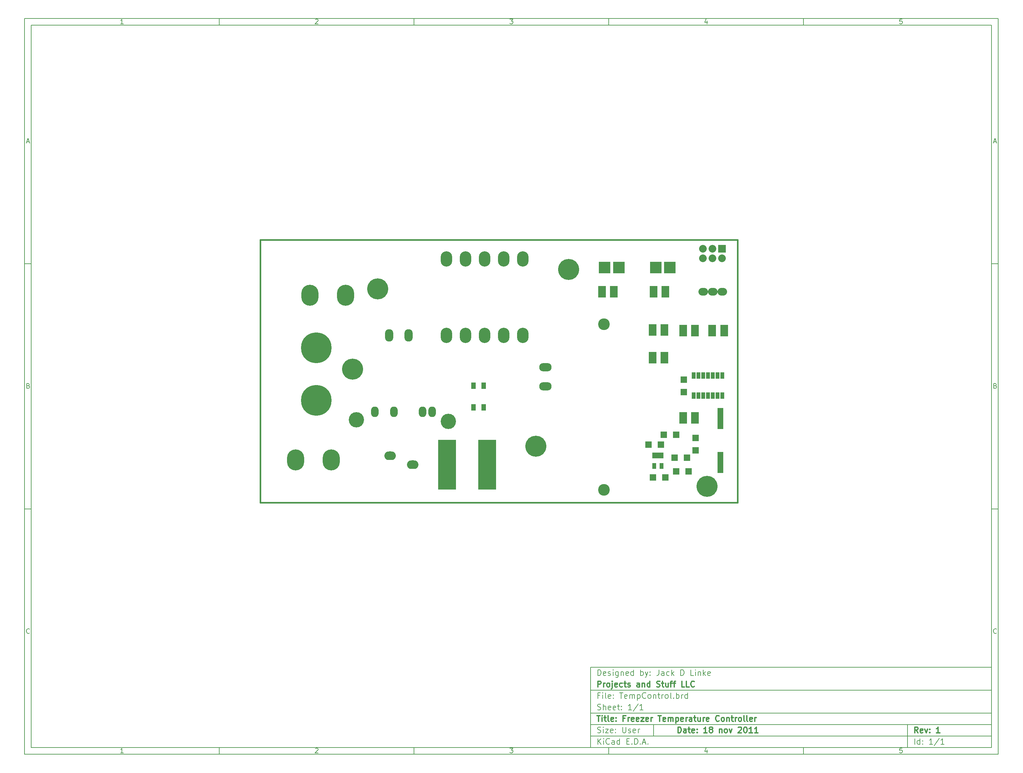
<source format=gts>
G04 (created by PCBNEW-RS274X (2011-07-08 BZR 3044)-stable) date 11/18/2011 4:50:18 PM*
G01*
G70*
G90*
%MOIN*%
G04 Gerber Fmt 3.4, Leading zero omitted, Abs format*
%FSLAX34Y34*%
G04 APERTURE LIST*
%ADD10C,0.006000*%
%ADD11C,0.012000*%
%ADD12C,0.015000*%
%ADD13C,0.220000*%
%ADD14R,0.040000X0.065000*%
%ADD15R,0.080000X0.080000*%
%ADD16C,0.080000*%
%ADD17R,0.043600X0.063300*%
%ADD18R,0.187300X0.520000*%
%ADD19C,0.122400*%
%ADD20R,0.069200X0.069200*%
%ADD21R,0.079100X0.118400*%
%ADD22O,0.120000X0.090000*%
%ADD23R,0.046000X0.070000*%
%ADD24O,0.120000X0.160000*%
%ADD25O,0.180000X0.220000*%
%ADD26O,0.086900X0.130200*%
%ADD27O,0.130200X0.086900*%
%ADD28R,0.059400X0.220000*%
%ADD29C,0.160000*%
%ADD30R,0.120000X0.120000*%
%ADD31O,0.080000X0.110000*%
%ADD32C,0.320000*%
%ADD33O,0.100000X0.080000*%
G04 APERTURE END LIST*
G54D10*
X04000Y-04000D02*
X106000Y-04000D01*
X106000Y-81000D01*
X04000Y-81000D01*
X04000Y-04000D01*
X04700Y-04700D02*
X105300Y-04700D01*
X105300Y-80300D01*
X04700Y-80300D01*
X04700Y-04700D01*
X24400Y-04000D02*
X24400Y-04700D01*
X14343Y-04552D02*
X14057Y-04552D01*
X14200Y-04552D02*
X14200Y-04052D01*
X14152Y-04124D01*
X14105Y-04171D01*
X14057Y-04195D01*
X24400Y-81000D02*
X24400Y-80300D01*
X14343Y-80852D02*
X14057Y-80852D01*
X14200Y-80852D02*
X14200Y-80352D01*
X14152Y-80424D01*
X14105Y-80471D01*
X14057Y-80495D01*
X44800Y-04000D02*
X44800Y-04700D01*
X34457Y-04100D02*
X34481Y-04076D01*
X34529Y-04052D01*
X34648Y-04052D01*
X34695Y-04076D01*
X34719Y-04100D01*
X34743Y-04148D01*
X34743Y-04195D01*
X34719Y-04267D01*
X34433Y-04552D01*
X34743Y-04552D01*
X44800Y-81000D02*
X44800Y-80300D01*
X34457Y-80400D02*
X34481Y-80376D01*
X34529Y-80352D01*
X34648Y-80352D01*
X34695Y-80376D01*
X34719Y-80400D01*
X34743Y-80448D01*
X34743Y-80495D01*
X34719Y-80567D01*
X34433Y-80852D01*
X34743Y-80852D01*
X65200Y-04000D02*
X65200Y-04700D01*
X54833Y-04052D02*
X55143Y-04052D01*
X54976Y-04243D01*
X55048Y-04243D01*
X55095Y-04267D01*
X55119Y-04290D01*
X55143Y-04338D01*
X55143Y-04457D01*
X55119Y-04505D01*
X55095Y-04529D01*
X55048Y-04552D01*
X54905Y-04552D01*
X54857Y-04529D01*
X54833Y-04505D01*
X65200Y-81000D02*
X65200Y-80300D01*
X54833Y-80352D02*
X55143Y-80352D01*
X54976Y-80543D01*
X55048Y-80543D01*
X55095Y-80567D01*
X55119Y-80590D01*
X55143Y-80638D01*
X55143Y-80757D01*
X55119Y-80805D01*
X55095Y-80829D01*
X55048Y-80852D01*
X54905Y-80852D01*
X54857Y-80829D01*
X54833Y-80805D01*
X85600Y-04000D02*
X85600Y-04700D01*
X75495Y-04219D02*
X75495Y-04552D01*
X75376Y-04029D02*
X75257Y-04386D01*
X75567Y-04386D01*
X85600Y-81000D02*
X85600Y-80300D01*
X75495Y-80519D02*
X75495Y-80852D01*
X75376Y-80329D02*
X75257Y-80686D01*
X75567Y-80686D01*
X95919Y-04052D02*
X95681Y-04052D01*
X95657Y-04290D01*
X95681Y-04267D01*
X95729Y-04243D01*
X95848Y-04243D01*
X95895Y-04267D01*
X95919Y-04290D01*
X95943Y-04338D01*
X95943Y-04457D01*
X95919Y-04505D01*
X95895Y-04529D01*
X95848Y-04552D01*
X95729Y-04552D01*
X95681Y-04529D01*
X95657Y-04505D01*
X95919Y-80352D02*
X95681Y-80352D01*
X95657Y-80590D01*
X95681Y-80567D01*
X95729Y-80543D01*
X95848Y-80543D01*
X95895Y-80567D01*
X95919Y-80590D01*
X95943Y-80638D01*
X95943Y-80757D01*
X95919Y-80805D01*
X95895Y-80829D01*
X95848Y-80852D01*
X95729Y-80852D01*
X95681Y-80829D01*
X95657Y-80805D01*
X04000Y-29660D02*
X04700Y-29660D01*
X04231Y-16890D02*
X04469Y-16890D01*
X04184Y-17032D02*
X04350Y-16532D01*
X04517Y-17032D01*
X106000Y-29660D02*
X105300Y-29660D01*
X105531Y-16890D02*
X105769Y-16890D01*
X105484Y-17032D02*
X105650Y-16532D01*
X105817Y-17032D01*
X04000Y-55320D02*
X04700Y-55320D01*
X04386Y-42430D02*
X04457Y-42454D01*
X04481Y-42478D01*
X04505Y-42526D01*
X04505Y-42597D01*
X04481Y-42645D01*
X04457Y-42669D01*
X04410Y-42692D01*
X04219Y-42692D01*
X04219Y-42192D01*
X04386Y-42192D01*
X04433Y-42216D01*
X04457Y-42240D01*
X04481Y-42288D01*
X04481Y-42335D01*
X04457Y-42383D01*
X04433Y-42407D01*
X04386Y-42430D01*
X04219Y-42430D01*
X106000Y-55320D02*
X105300Y-55320D01*
X105686Y-42430D02*
X105757Y-42454D01*
X105781Y-42478D01*
X105805Y-42526D01*
X105805Y-42597D01*
X105781Y-42645D01*
X105757Y-42669D01*
X105710Y-42692D01*
X105519Y-42692D01*
X105519Y-42192D01*
X105686Y-42192D01*
X105733Y-42216D01*
X105757Y-42240D01*
X105781Y-42288D01*
X105781Y-42335D01*
X105757Y-42383D01*
X105733Y-42407D01*
X105686Y-42430D01*
X105519Y-42430D01*
X04505Y-68305D02*
X04481Y-68329D01*
X04410Y-68352D01*
X04362Y-68352D01*
X04290Y-68329D01*
X04243Y-68281D01*
X04219Y-68233D01*
X04195Y-68138D01*
X04195Y-68067D01*
X04219Y-67971D01*
X04243Y-67924D01*
X04290Y-67876D01*
X04362Y-67852D01*
X04410Y-67852D01*
X04481Y-67876D01*
X04505Y-67900D01*
X105805Y-68305D02*
X105781Y-68329D01*
X105710Y-68352D01*
X105662Y-68352D01*
X105590Y-68329D01*
X105543Y-68281D01*
X105519Y-68233D01*
X105495Y-68138D01*
X105495Y-68067D01*
X105519Y-67971D01*
X105543Y-67924D01*
X105590Y-67876D01*
X105662Y-67852D01*
X105710Y-67852D01*
X105781Y-67876D01*
X105805Y-67900D01*
G54D11*
X72443Y-78743D02*
X72443Y-78143D01*
X72586Y-78143D01*
X72671Y-78171D01*
X72729Y-78229D01*
X72757Y-78286D01*
X72786Y-78400D01*
X72786Y-78486D01*
X72757Y-78600D01*
X72729Y-78657D01*
X72671Y-78714D01*
X72586Y-78743D01*
X72443Y-78743D01*
X73300Y-78743D02*
X73300Y-78429D01*
X73271Y-78371D01*
X73214Y-78343D01*
X73100Y-78343D01*
X73043Y-78371D01*
X73300Y-78714D02*
X73243Y-78743D01*
X73100Y-78743D01*
X73043Y-78714D01*
X73014Y-78657D01*
X73014Y-78600D01*
X73043Y-78543D01*
X73100Y-78514D01*
X73243Y-78514D01*
X73300Y-78486D01*
X73500Y-78343D02*
X73729Y-78343D01*
X73586Y-78143D02*
X73586Y-78657D01*
X73614Y-78714D01*
X73672Y-78743D01*
X73729Y-78743D01*
X74157Y-78714D02*
X74100Y-78743D01*
X73986Y-78743D01*
X73929Y-78714D01*
X73900Y-78657D01*
X73900Y-78429D01*
X73929Y-78371D01*
X73986Y-78343D01*
X74100Y-78343D01*
X74157Y-78371D01*
X74186Y-78429D01*
X74186Y-78486D01*
X73900Y-78543D01*
X74443Y-78686D02*
X74471Y-78714D01*
X74443Y-78743D01*
X74414Y-78714D01*
X74443Y-78686D01*
X74443Y-78743D01*
X74443Y-78371D02*
X74471Y-78400D01*
X74443Y-78429D01*
X74414Y-78400D01*
X74443Y-78371D01*
X74443Y-78429D01*
X75500Y-78743D02*
X75157Y-78743D01*
X75329Y-78743D02*
X75329Y-78143D01*
X75272Y-78229D01*
X75214Y-78286D01*
X75157Y-78314D01*
X75843Y-78400D02*
X75785Y-78371D01*
X75757Y-78343D01*
X75728Y-78286D01*
X75728Y-78257D01*
X75757Y-78200D01*
X75785Y-78171D01*
X75843Y-78143D01*
X75957Y-78143D01*
X76014Y-78171D01*
X76043Y-78200D01*
X76071Y-78257D01*
X76071Y-78286D01*
X76043Y-78343D01*
X76014Y-78371D01*
X75957Y-78400D01*
X75843Y-78400D01*
X75785Y-78429D01*
X75757Y-78457D01*
X75728Y-78514D01*
X75728Y-78629D01*
X75757Y-78686D01*
X75785Y-78714D01*
X75843Y-78743D01*
X75957Y-78743D01*
X76014Y-78714D01*
X76043Y-78686D01*
X76071Y-78629D01*
X76071Y-78514D01*
X76043Y-78457D01*
X76014Y-78429D01*
X75957Y-78400D01*
X76785Y-78343D02*
X76785Y-78743D01*
X76785Y-78400D02*
X76813Y-78371D01*
X76871Y-78343D01*
X76956Y-78343D01*
X77013Y-78371D01*
X77042Y-78429D01*
X77042Y-78743D01*
X77414Y-78743D02*
X77356Y-78714D01*
X77328Y-78686D01*
X77299Y-78629D01*
X77299Y-78457D01*
X77328Y-78400D01*
X77356Y-78371D01*
X77414Y-78343D01*
X77499Y-78343D01*
X77556Y-78371D01*
X77585Y-78400D01*
X77614Y-78457D01*
X77614Y-78629D01*
X77585Y-78686D01*
X77556Y-78714D01*
X77499Y-78743D01*
X77414Y-78743D01*
X77814Y-78343D02*
X77957Y-78743D01*
X78099Y-78343D01*
X78756Y-78200D02*
X78785Y-78171D01*
X78842Y-78143D01*
X78985Y-78143D01*
X79042Y-78171D01*
X79071Y-78200D01*
X79099Y-78257D01*
X79099Y-78314D01*
X79071Y-78400D01*
X78728Y-78743D01*
X79099Y-78743D01*
X79470Y-78143D02*
X79527Y-78143D01*
X79584Y-78171D01*
X79613Y-78200D01*
X79642Y-78257D01*
X79670Y-78371D01*
X79670Y-78514D01*
X79642Y-78629D01*
X79613Y-78686D01*
X79584Y-78714D01*
X79527Y-78743D01*
X79470Y-78743D01*
X79413Y-78714D01*
X79384Y-78686D01*
X79356Y-78629D01*
X79327Y-78514D01*
X79327Y-78371D01*
X79356Y-78257D01*
X79384Y-78200D01*
X79413Y-78171D01*
X79470Y-78143D01*
X80241Y-78743D02*
X79898Y-78743D01*
X80070Y-78743D02*
X80070Y-78143D01*
X80013Y-78229D01*
X79955Y-78286D01*
X79898Y-78314D01*
X80812Y-78743D02*
X80469Y-78743D01*
X80641Y-78743D02*
X80641Y-78143D01*
X80584Y-78229D01*
X80526Y-78286D01*
X80469Y-78314D01*
G54D10*
X64043Y-79943D02*
X64043Y-79343D01*
X64386Y-79943D02*
X64129Y-79600D01*
X64386Y-79343D02*
X64043Y-79686D01*
X64643Y-79943D02*
X64643Y-79543D01*
X64643Y-79343D02*
X64614Y-79371D01*
X64643Y-79400D01*
X64671Y-79371D01*
X64643Y-79343D01*
X64643Y-79400D01*
X65272Y-79886D02*
X65243Y-79914D01*
X65157Y-79943D01*
X65100Y-79943D01*
X65015Y-79914D01*
X64957Y-79857D01*
X64929Y-79800D01*
X64900Y-79686D01*
X64900Y-79600D01*
X64929Y-79486D01*
X64957Y-79429D01*
X65015Y-79371D01*
X65100Y-79343D01*
X65157Y-79343D01*
X65243Y-79371D01*
X65272Y-79400D01*
X65786Y-79943D02*
X65786Y-79629D01*
X65757Y-79571D01*
X65700Y-79543D01*
X65586Y-79543D01*
X65529Y-79571D01*
X65786Y-79914D02*
X65729Y-79943D01*
X65586Y-79943D01*
X65529Y-79914D01*
X65500Y-79857D01*
X65500Y-79800D01*
X65529Y-79743D01*
X65586Y-79714D01*
X65729Y-79714D01*
X65786Y-79686D01*
X66329Y-79943D02*
X66329Y-79343D01*
X66329Y-79914D02*
X66272Y-79943D01*
X66158Y-79943D01*
X66100Y-79914D01*
X66072Y-79886D01*
X66043Y-79829D01*
X66043Y-79657D01*
X66072Y-79600D01*
X66100Y-79571D01*
X66158Y-79543D01*
X66272Y-79543D01*
X66329Y-79571D01*
X67072Y-79629D02*
X67272Y-79629D01*
X67358Y-79943D02*
X67072Y-79943D01*
X67072Y-79343D01*
X67358Y-79343D01*
X67615Y-79886D02*
X67643Y-79914D01*
X67615Y-79943D01*
X67586Y-79914D01*
X67615Y-79886D01*
X67615Y-79943D01*
X67901Y-79943D02*
X67901Y-79343D01*
X68044Y-79343D01*
X68129Y-79371D01*
X68187Y-79429D01*
X68215Y-79486D01*
X68244Y-79600D01*
X68244Y-79686D01*
X68215Y-79800D01*
X68187Y-79857D01*
X68129Y-79914D01*
X68044Y-79943D01*
X67901Y-79943D01*
X68501Y-79886D02*
X68529Y-79914D01*
X68501Y-79943D01*
X68472Y-79914D01*
X68501Y-79886D01*
X68501Y-79943D01*
X68758Y-79771D02*
X69044Y-79771D01*
X68701Y-79943D02*
X68901Y-79343D01*
X69101Y-79943D01*
X69301Y-79886D02*
X69329Y-79914D01*
X69301Y-79943D01*
X69272Y-79914D01*
X69301Y-79886D01*
X69301Y-79943D01*
G54D11*
X97586Y-78743D02*
X97386Y-78457D01*
X97243Y-78743D02*
X97243Y-78143D01*
X97471Y-78143D01*
X97529Y-78171D01*
X97557Y-78200D01*
X97586Y-78257D01*
X97586Y-78343D01*
X97557Y-78400D01*
X97529Y-78429D01*
X97471Y-78457D01*
X97243Y-78457D01*
X98071Y-78714D02*
X98014Y-78743D01*
X97900Y-78743D01*
X97843Y-78714D01*
X97814Y-78657D01*
X97814Y-78429D01*
X97843Y-78371D01*
X97900Y-78343D01*
X98014Y-78343D01*
X98071Y-78371D01*
X98100Y-78429D01*
X98100Y-78486D01*
X97814Y-78543D01*
X98300Y-78343D02*
X98443Y-78743D01*
X98585Y-78343D01*
X98814Y-78686D02*
X98842Y-78714D01*
X98814Y-78743D01*
X98785Y-78714D01*
X98814Y-78686D01*
X98814Y-78743D01*
X98814Y-78371D02*
X98842Y-78400D01*
X98814Y-78429D01*
X98785Y-78400D01*
X98814Y-78371D01*
X98814Y-78429D01*
X99871Y-78743D02*
X99528Y-78743D01*
X99700Y-78743D02*
X99700Y-78143D01*
X99643Y-78229D01*
X99585Y-78286D01*
X99528Y-78314D01*
G54D10*
X64014Y-78714D02*
X64100Y-78743D01*
X64243Y-78743D01*
X64300Y-78714D01*
X64329Y-78686D01*
X64357Y-78629D01*
X64357Y-78571D01*
X64329Y-78514D01*
X64300Y-78486D01*
X64243Y-78457D01*
X64129Y-78429D01*
X64071Y-78400D01*
X64043Y-78371D01*
X64014Y-78314D01*
X64014Y-78257D01*
X64043Y-78200D01*
X64071Y-78171D01*
X64129Y-78143D01*
X64271Y-78143D01*
X64357Y-78171D01*
X64614Y-78743D02*
X64614Y-78343D01*
X64614Y-78143D02*
X64585Y-78171D01*
X64614Y-78200D01*
X64642Y-78171D01*
X64614Y-78143D01*
X64614Y-78200D01*
X64843Y-78343D02*
X65157Y-78343D01*
X64843Y-78743D01*
X65157Y-78743D01*
X65614Y-78714D02*
X65557Y-78743D01*
X65443Y-78743D01*
X65386Y-78714D01*
X65357Y-78657D01*
X65357Y-78429D01*
X65386Y-78371D01*
X65443Y-78343D01*
X65557Y-78343D01*
X65614Y-78371D01*
X65643Y-78429D01*
X65643Y-78486D01*
X65357Y-78543D01*
X65900Y-78686D02*
X65928Y-78714D01*
X65900Y-78743D01*
X65871Y-78714D01*
X65900Y-78686D01*
X65900Y-78743D01*
X65900Y-78371D02*
X65928Y-78400D01*
X65900Y-78429D01*
X65871Y-78400D01*
X65900Y-78371D01*
X65900Y-78429D01*
X66643Y-78143D02*
X66643Y-78629D01*
X66671Y-78686D01*
X66700Y-78714D01*
X66757Y-78743D01*
X66871Y-78743D01*
X66929Y-78714D01*
X66957Y-78686D01*
X66986Y-78629D01*
X66986Y-78143D01*
X67243Y-78714D02*
X67300Y-78743D01*
X67415Y-78743D01*
X67472Y-78714D01*
X67500Y-78657D01*
X67500Y-78629D01*
X67472Y-78571D01*
X67415Y-78543D01*
X67329Y-78543D01*
X67272Y-78514D01*
X67243Y-78457D01*
X67243Y-78429D01*
X67272Y-78371D01*
X67329Y-78343D01*
X67415Y-78343D01*
X67472Y-78371D01*
X67986Y-78714D02*
X67929Y-78743D01*
X67815Y-78743D01*
X67758Y-78714D01*
X67729Y-78657D01*
X67729Y-78429D01*
X67758Y-78371D01*
X67815Y-78343D01*
X67929Y-78343D01*
X67986Y-78371D01*
X68015Y-78429D01*
X68015Y-78486D01*
X67729Y-78543D01*
X68272Y-78743D02*
X68272Y-78343D01*
X68272Y-78457D02*
X68300Y-78400D01*
X68329Y-78371D01*
X68386Y-78343D01*
X68443Y-78343D01*
X97243Y-79943D02*
X97243Y-79343D01*
X97786Y-79943D02*
X97786Y-79343D01*
X97786Y-79914D02*
X97729Y-79943D01*
X97615Y-79943D01*
X97557Y-79914D01*
X97529Y-79886D01*
X97500Y-79829D01*
X97500Y-79657D01*
X97529Y-79600D01*
X97557Y-79571D01*
X97615Y-79543D01*
X97729Y-79543D01*
X97786Y-79571D01*
X98072Y-79886D02*
X98100Y-79914D01*
X98072Y-79943D01*
X98043Y-79914D01*
X98072Y-79886D01*
X98072Y-79943D01*
X98072Y-79571D02*
X98100Y-79600D01*
X98072Y-79629D01*
X98043Y-79600D01*
X98072Y-79571D01*
X98072Y-79629D01*
X99129Y-79943D02*
X98786Y-79943D01*
X98958Y-79943D02*
X98958Y-79343D01*
X98901Y-79429D01*
X98843Y-79486D01*
X98786Y-79514D01*
X99814Y-79314D02*
X99300Y-80086D01*
X100329Y-79943D02*
X99986Y-79943D01*
X100158Y-79943D02*
X100158Y-79343D01*
X100101Y-79429D01*
X100043Y-79486D01*
X99986Y-79514D01*
G54D11*
X63957Y-76943D02*
X64300Y-76943D01*
X64129Y-77543D02*
X64129Y-76943D01*
X64500Y-77543D02*
X64500Y-77143D01*
X64500Y-76943D02*
X64471Y-76971D01*
X64500Y-77000D01*
X64528Y-76971D01*
X64500Y-76943D01*
X64500Y-77000D01*
X64700Y-77143D02*
X64929Y-77143D01*
X64786Y-76943D02*
X64786Y-77457D01*
X64814Y-77514D01*
X64872Y-77543D01*
X64929Y-77543D01*
X65215Y-77543D02*
X65157Y-77514D01*
X65129Y-77457D01*
X65129Y-76943D01*
X65671Y-77514D02*
X65614Y-77543D01*
X65500Y-77543D01*
X65443Y-77514D01*
X65414Y-77457D01*
X65414Y-77229D01*
X65443Y-77171D01*
X65500Y-77143D01*
X65614Y-77143D01*
X65671Y-77171D01*
X65700Y-77229D01*
X65700Y-77286D01*
X65414Y-77343D01*
X65957Y-77486D02*
X65985Y-77514D01*
X65957Y-77543D01*
X65928Y-77514D01*
X65957Y-77486D01*
X65957Y-77543D01*
X65957Y-77171D02*
X65985Y-77200D01*
X65957Y-77229D01*
X65928Y-77200D01*
X65957Y-77171D01*
X65957Y-77229D01*
X66900Y-77229D02*
X66700Y-77229D01*
X66700Y-77543D02*
X66700Y-76943D01*
X66986Y-76943D01*
X67214Y-77543D02*
X67214Y-77143D01*
X67214Y-77257D02*
X67242Y-77200D01*
X67271Y-77171D01*
X67328Y-77143D01*
X67385Y-77143D01*
X67813Y-77514D02*
X67756Y-77543D01*
X67642Y-77543D01*
X67585Y-77514D01*
X67556Y-77457D01*
X67556Y-77229D01*
X67585Y-77171D01*
X67642Y-77143D01*
X67756Y-77143D01*
X67813Y-77171D01*
X67842Y-77229D01*
X67842Y-77286D01*
X67556Y-77343D01*
X68327Y-77514D02*
X68270Y-77543D01*
X68156Y-77543D01*
X68099Y-77514D01*
X68070Y-77457D01*
X68070Y-77229D01*
X68099Y-77171D01*
X68156Y-77143D01*
X68270Y-77143D01*
X68327Y-77171D01*
X68356Y-77229D01*
X68356Y-77286D01*
X68070Y-77343D01*
X68556Y-77143D02*
X68870Y-77143D01*
X68556Y-77543D01*
X68870Y-77543D01*
X69327Y-77514D02*
X69270Y-77543D01*
X69156Y-77543D01*
X69099Y-77514D01*
X69070Y-77457D01*
X69070Y-77229D01*
X69099Y-77171D01*
X69156Y-77143D01*
X69270Y-77143D01*
X69327Y-77171D01*
X69356Y-77229D01*
X69356Y-77286D01*
X69070Y-77343D01*
X69613Y-77543D02*
X69613Y-77143D01*
X69613Y-77257D02*
X69641Y-77200D01*
X69670Y-77171D01*
X69727Y-77143D01*
X69784Y-77143D01*
X70355Y-76943D02*
X70698Y-76943D01*
X70527Y-77543D02*
X70527Y-76943D01*
X71126Y-77514D02*
X71069Y-77543D01*
X70955Y-77543D01*
X70898Y-77514D01*
X70869Y-77457D01*
X70869Y-77229D01*
X70898Y-77171D01*
X70955Y-77143D01*
X71069Y-77143D01*
X71126Y-77171D01*
X71155Y-77229D01*
X71155Y-77286D01*
X70869Y-77343D01*
X71412Y-77543D02*
X71412Y-77143D01*
X71412Y-77200D02*
X71440Y-77171D01*
X71498Y-77143D01*
X71583Y-77143D01*
X71640Y-77171D01*
X71669Y-77229D01*
X71669Y-77543D01*
X71669Y-77229D02*
X71698Y-77171D01*
X71755Y-77143D01*
X71840Y-77143D01*
X71898Y-77171D01*
X71926Y-77229D01*
X71926Y-77543D01*
X72212Y-77143D02*
X72212Y-77743D01*
X72212Y-77171D02*
X72269Y-77143D01*
X72383Y-77143D01*
X72440Y-77171D01*
X72469Y-77200D01*
X72498Y-77257D01*
X72498Y-77429D01*
X72469Y-77486D01*
X72440Y-77514D01*
X72383Y-77543D01*
X72269Y-77543D01*
X72212Y-77514D01*
X72983Y-77514D02*
X72926Y-77543D01*
X72812Y-77543D01*
X72755Y-77514D01*
X72726Y-77457D01*
X72726Y-77229D01*
X72755Y-77171D01*
X72812Y-77143D01*
X72926Y-77143D01*
X72983Y-77171D01*
X73012Y-77229D01*
X73012Y-77286D01*
X72726Y-77343D01*
X73269Y-77543D02*
X73269Y-77143D01*
X73269Y-77257D02*
X73297Y-77200D01*
X73326Y-77171D01*
X73383Y-77143D01*
X73440Y-77143D01*
X73897Y-77543D02*
X73897Y-77229D01*
X73868Y-77171D01*
X73811Y-77143D01*
X73697Y-77143D01*
X73640Y-77171D01*
X73897Y-77514D02*
X73840Y-77543D01*
X73697Y-77543D01*
X73640Y-77514D01*
X73611Y-77457D01*
X73611Y-77400D01*
X73640Y-77343D01*
X73697Y-77314D01*
X73840Y-77314D01*
X73897Y-77286D01*
X74097Y-77143D02*
X74326Y-77143D01*
X74183Y-76943D02*
X74183Y-77457D01*
X74211Y-77514D01*
X74269Y-77543D01*
X74326Y-77543D01*
X74783Y-77143D02*
X74783Y-77543D01*
X74526Y-77143D02*
X74526Y-77457D01*
X74554Y-77514D01*
X74612Y-77543D01*
X74697Y-77543D01*
X74754Y-77514D01*
X74783Y-77486D01*
X75069Y-77543D02*
X75069Y-77143D01*
X75069Y-77257D02*
X75097Y-77200D01*
X75126Y-77171D01*
X75183Y-77143D01*
X75240Y-77143D01*
X75668Y-77514D02*
X75611Y-77543D01*
X75497Y-77543D01*
X75440Y-77514D01*
X75411Y-77457D01*
X75411Y-77229D01*
X75440Y-77171D01*
X75497Y-77143D01*
X75611Y-77143D01*
X75668Y-77171D01*
X75697Y-77229D01*
X75697Y-77286D01*
X75411Y-77343D01*
X76754Y-77486D02*
X76725Y-77514D01*
X76639Y-77543D01*
X76582Y-77543D01*
X76497Y-77514D01*
X76439Y-77457D01*
X76411Y-77400D01*
X76382Y-77286D01*
X76382Y-77200D01*
X76411Y-77086D01*
X76439Y-77029D01*
X76497Y-76971D01*
X76582Y-76943D01*
X76639Y-76943D01*
X76725Y-76971D01*
X76754Y-77000D01*
X77097Y-77543D02*
X77039Y-77514D01*
X77011Y-77486D01*
X76982Y-77429D01*
X76982Y-77257D01*
X77011Y-77200D01*
X77039Y-77171D01*
X77097Y-77143D01*
X77182Y-77143D01*
X77239Y-77171D01*
X77268Y-77200D01*
X77297Y-77257D01*
X77297Y-77429D01*
X77268Y-77486D01*
X77239Y-77514D01*
X77182Y-77543D01*
X77097Y-77543D01*
X77554Y-77143D02*
X77554Y-77543D01*
X77554Y-77200D02*
X77582Y-77171D01*
X77640Y-77143D01*
X77725Y-77143D01*
X77782Y-77171D01*
X77811Y-77229D01*
X77811Y-77543D01*
X78011Y-77143D02*
X78240Y-77143D01*
X78097Y-76943D02*
X78097Y-77457D01*
X78125Y-77514D01*
X78183Y-77543D01*
X78240Y-77543D01*
X78440Y-77543D02*
X78440Y-77143D01*
X78440Y-77257D02*
X78468Y-77200D01*
X78497Y-77171D01*
X78554Y-77143D01*
X78611Y-77143D01*
X78897Y-77543D02*
X78839Y-77514D01*
X78811Y-77486D01*
X78782Y-77429D01*
X78782Y-77257D01*
X78811Y-77200D01*
X78839Y-77171D01*
X78897Y-77143D01*
X78982Y-77143D01*
X79039Y-77171D01*
X79068Y-77200D01*
X79097Y-77257D01*
X79097Y-77429D01*
X79068Y-77486D01*
X79039Y-77514D01*
X78982Y-77543D01*
X78897Y-77543D01*
X79440Y-77543D02*
X79382Y-77514D01*
X79354Y-77457D01*
X79354Y-76943D01*
X79754Y-77543D02*
X79696Y-77514D01*
X79668Y-77457D01*
X79668Y-76943D01*
X80210Y-77514D02*
X80153Y-77543D01*
X80039Y-77543D01*
X79982Y-77514D01*
X79953Y-77457D01*
X79953Y-77229D01*
X79982Y-77171D01*
X80039Y-77143D01*
X80153Y-77143D01*
X80210Y-77171D01*
X80239Y-77229D01*
X80239Y-77286D01*
X79953Y-77343D01*
X80496Y-77543D02*
X80496Y-77143D01*
X80496Y-77257D02*
X80524Y-77200D01*
X80553Y-77171D01*
X80610Y-77143D01*
X80667Y-77143D01*
G54D10*
X64243Y-74829D02*
X64043Y-74829D01*
X64043Y-75143D02*
X64043Y-74543D01*
X64329Y-74543D01*
X64557Y-75143D02*
X64557Y-74743D01*
X64557Y-74543D02*
X64528Y-74571D01*
X64557Y-74600D01*
X64585Y-74571D01*
X64557Y-74543D01*
X64557Y-74600D01*
X64929Y-75143D02*
X64871Y-75114D01*
X64843Y-75057D01*
X64843Y-74543D01*
X65385Y-75114D02*
X65328Y-75143D01*
X65214Y-75143D01*
X65157Y-75114D01*
X65128Y-75057D01*
X65128Y-74829D01*
X65157Y-74771D01*
X65214Y-74743D01*
X65328Y-74743D01*
X65385Y-74771D01*
X65414Y-74829D01*
X65414Y-74886D01*
X65128Y-74943D01*
X65671Y-75086D02*
X65699Y-75114D01*
X65671Y-75143D01*
X65642Y-75114D01*
X65671Y-75086D01*
X65671Y-75143D01*
X65671Y-74771D02*
X65699Y-74800D01*
X65671Y-74829D01*
X65642Y-74800D01*
X65671Y-74771D01*
X65671Y-74829D01*
X66328Y-74543D02*
X66671Y-74543D01*
X66500Y-75143D02*
X66500Y-74543D01*
X67099Y-75114D02*
X67042Y-75143D01*
X66928Y-75143D01*
X66871Y-75114D01*
X66842Y-75057D01*
X66842Y-74829D01*
X66871Y-74771D01*
X66928Y-74743D01*
X67042Y-74743D01*
X67099Y-74771D01*
X67128Y-74829D01*
X67128Y-74886D01*
X66842Y-74943D01*
X67385Y-75143D02*
X67385Y-74743D01*
X67385Y-74800D02*
X67413Y-74771D01*
X67471Y-74743D01*
X67556Y-74743D01*
X67613Y-74771D01*
X67642Y-74829D01*
X67642Y-75143D01*
X67642Y-74829D02*
X67671Y-74771D01*
X67728Y-74743D01*
X67813Y-74743D01*
X67871Y-74771D01*
X67899Y-74829D01*
X67899Y-75143D01*
X68185Y-74743D02*
X68185Y-75343D01*
X68185Y-74771D02*
X68242Y-74743D01*
X68356Y-74743D01*
X68413Y-74771D01*
X68442Y-74800D01*
X68471Y-74857D01*
X68471Y-75029D01*
X68442Y-75086D01*
X68413Y-75114D01*
X68356Y-75143D01*
X68242Y-75143D01*
X68185Y-75114D01*
X69071Y-75086D02*
X69042Y-75114D01*
X68956Y-75143D01*
X68899Y-75143D01*
X68814Y-75114D01*
X68756Y-75057D01*
X68728Y-75000D01*
X68699Y-74886D01*
X68699Y-74800D01*
X68728Y-74686D01*
X68756Y-74629D01*
X68814Y-74571D01*
X68899Y-74543D01*
X68956Y-74543D01*
X69042Y-74571D01*
X69071Y-74600D01*
X69414Y-75143D02*
X69356Y-75114D01*
X69328Y-75086D01*
X69299Y-75029D01*
X69299Y-74857D01*
X69328Y-74800D01*
X69356Y-74771D01*
X69414Y-74743D01*
X69499Y-74743D01*
X69556Y-74771D01*
X69585Y-74800D01*
X69614Y-74857D01*
X69614Y-75029D01*
X69585Y-75086D01*
X69556Y-75114D01*
X69499Y-75143D01*
X69414Y-75143D01*
X69871Y-74743D02*
X69871Y-75143D01*
X69871Y-74800D02*
X69899Y-74771D01*
X69957Y-74743D01*
X70042Y-74743D01*
X70099Y-74771D01*
X70128Y-74829D01*
X70128Y-75143D01*
X70328Y-74743D02*
X70557Y-74743D01*
X70414Y-74543D02*
X70414Y-75057D01*
X70442Y-75114D01*
X70500Y-75143D01*
X70557Y-75143D01*
X70757Y-75143D02*
X70757Y-74743D01*
X70757Y-74857D02*
X70785Y-74800D01*
X70814Y-74771D01*
X70871Y-74743D01*
X70928Y-74743D01*
X71214Y-75143D02*
X71156Y-75114D01*
X71128Y-75086D01*
X71099Y-75029D01*
X71099Y-74857D01*
X71128Y-74800D01*
X71156Y-74771D01*
X71214Y-74743D01*
X71299Y-74743D01*
X71356Y-74771D01*
X71385Y-74800D01*
X71414Y-74857D01*
X71414Y-75029D01*
X71385Y-75086D01*
X71356Y-75114D01*
X71299Y-75143D01*
X71214Y-75143D01*
X71757Y-75143D02*
X71699Y-75114D01*
X71671Y-75057D01*
X71671Y-74543D01*
X71985Y-75086D02*
X72013Y-75114D01*
X71985Y-75143D01*
X71956Y-75114D01*
X71985Y-75086D01*
X71985Y-75143D01*
X72271Y-75143D02*
X72271Y-74543D01*
X72271Y-74771D02*
X72328Y-74743D01*
X72442Y-74743D01*
X72499Y-74771D01*
X72528Y-74800D01*
X72557Y-74857D01*
X72557Y-75029D01*
X72528Y-75086D01*
X72499Y-75114D01*
X72442Y-75143D01*
X72328Y-75143D01*
X72271Y-75114D01*
X72814Y-75143D02*
X72814Y-74743D01*
X72814Y-74857D02*
X72842Y-74800D01*
X72871Y-74771D01*
X72928Y-74743D01*
X72985Y-74743D01*
X73442Y-75143D02*
X73442Y-74543D01*
X73442Y-75114D02*
X73385Y-75143D01*
X73271Y-75143D01*
X73213Y-75114D01*
X73185Y-75086D01*
X73156Y-75029D01*
X73156Y-74857D01*
X73185Y-74800D01*
X73213Y-74771D01*
X73271Y-74743D01*
X73385Y-74743D01*
X73442Y-74771D01*
X64014Y-76314D02*
X64100Y-76343D01*
X64243Y-76343D01*
X64300Y-76314D01*
X64329Y-76286D01*
X64357Y-76229D01*
X64357Y-76171D01*
X64329Y-76114D01*
X64300Y-76086D01*
X64243Y-76057D01*
X64129Y-76029D01*
X64071Y-76000D01*
X64043Y-75971D01*
X64014Y-75914D01*
X64014Y-75857D01*
X64043Y-75800D01*
X64071Y-75771D01*
X64129Y-75743D01*
X64271Y-75743D01*
X64357Y-75771D01*
X64614Y-76343D02*
X64614Y-75743D01*
X64871Y-76343D02*
X64871Y-76029D01*
X64842Y-75971D01*
X64785Y-75943D01*
X64700Y-75943D01*
X64642Y-75971D01*
X64614Y-76000D01*
X65385Y-76314D02*
X65328Y-76343D01*
X65214Y-76343D01*
X65157Y-76314D01*
X65128Y-76257D01*
X65128Y-76029D01*
X65157Y-75971D01*
X65214Y-75943D01*
X65328Y-75943D01*
X65385Y-75971D01*
X65414Y-76029D01*
X65414Y-76086D01*
X65128Y-76143D01*
X65899Y-76314D02*
X65842Y-76343D01*
X65728Y-76343D01*
X65671Y-76314D01*
X65642Y-76257D01*
X65642Y-76029D01*
X65671Y-75971D01*
X65728Y-75943D01*
X65842Y-75943D01*
X65899Y-75971D01*
X65928Y-76029D01*
X65928Y-76086D01*
X65642Y-76143D01*
X66099Y-75943D02*
X66328Y-75943D01*
X66185Y-75743D02*
X66185Y-76257D01*
X66213Y-76314D01*
X66271Y-76343D01*
X66328Y-76343D01*
X66528Y-76286D02*
X66556Y-76314D01*
X66528Y-76343D01*
X66499Y-76314D01*
X66528Y-76286D01*
X66528Y-76343D01*
X66528Y-75971D02*
X66556Y-76000D01*
X66528Y-76029D01*
X66499Y-76000D01*
X66528Y-75971D01*
X66528Y-76029D01*
X67585Y-76343D02*
X67242Y-76343D01*
X67414Y-76343D02*
X67414Y-75743D01*
X67357Y-75829D01*
X67299Y-75886D01*
X67242Y-75914D01*
X68270Y-75714D02*
X67756Y-76486D01*
X68785Y-76343D02*
X68442Y-76343D01*
X68614Y-76343D02*
X68614Y-75743D01*
X68557Y-75829D01*
X68499Y-75886D01*
X68442Y-75914D01*
G54D11*
X64043Y-73943D02*
X64043Y-73343D01*
X64271Y-73343D01*
X64329Y-73371D01*
X64357Y-73400D01*
X64386Y-73457D01*
X64386Y-73543D01*
X64357Y-73600D01*
X64329Y-73629D01*
X64271Y-73657D01*
X64043Y-73657D01*
X64643Y-73943D02*
X64643Y-73543D01*
X64643Y-73657D02*
X64671Y-73600D01*
X64700Y-73571D01*
X64757Y-73543D01*
X64814Y-73543D01*
X65100Y-73943D02*
X65042Y-73914D01*
X65014Y-73886D01*
X64985Y-73829D01*
X64985Y-73657D01*
X65014Y-73600D01*
X65042Y-73571D01*
X65100Y-73543D01*
X65185Y-73543D01*
X65242Y-73571D01*
X65271Y-73600D01*
X65300Y-73657D01*
X65300Y-73829D01*
X65271Y-73886D01*
X65242Y-73914D01*
X65185Y-73943D01*
X65100Y-73943D01*
X65557Y-73543D02*
X65557Y-74057D01*
X65528Y-74114D01*
X65471Y-74143D01*
X65443Y-74143D01*
X65557Y-73343D02*
X65528Y-73371D01*
X65557Y-73400D01*
X65585Y-73371D01*
X65557Y-73343D01*
X65557Y-73400D01*
X66071Y-73914D02*
X66014Y-73943D01*
X65900Y-73943D01*
X65843Y-73914D01*
X65814Y-73857D01*
X65814Y-73629D01*
X65843Y-73571D01*
X65900Y-73543D01*
X66014Y-73543D01*
X66071Y-73571D01*
X66100Y-73629D01*
X66100Y-73686D01*
X65814Y-73743D01*
X66614Y-73914D02*
X66557Y-73943D01*
X66443Y-73943D01*
X66385Y-73914D01*
X66357Y-73886D01*
X66328Y-73829D01*
X66328Y-73657D01*
X66357Y-73600D01*
X66385Y-73571D01*
X66443Y-73543D01*
X66557Y-73543D01*
X66614Y-73571D01*
X66785Y-73543D02*
X67014Y-73543D01*
X66871Y-73343D02*
X66871Y-73857D01*
X66899Y-73914D01*
X66957Y-73943D01*
X67014Y-73943D01*
X67185Y-73914D02*
X67242Y-73943D01*
X67357Y-73943D01*
X67414Y-73914D01*
X67442Y-73857D01*
X67442Y-73829D01*
X67414Y-73771D01*
X67357Y-73743D01*
X67271Y-73743D01*
X67214Y-73714D01*
X67185Y-73657D01*
X67185Y-73629D01*
X67214Y-73571D01*
X67271Y-73543D01*
X67357Y-73543D01*
X67414Y-73571D01*
X68414Y-73943D02*
X68414Y-73629D01*
X68385Y-73571D01*
X68328Y-73543D01*
X68214Y-73543D01*
X68157Y-73571D01*
X68414Y-73914D02*
X68357Y-73943D01*
X68214Y-73943D01*
X68157Y-73914D01*
X68128Y-73857D01*
X68128Y-73800D01*
X68157Y-73743D01*
X68214Y-73714D01*
X68357Y-73714D01*
X68414Y-73686D01*
X68700Y-73543D02*
X68700Y-73943D01*
X68700Y-73600D02*
X68728Y-73571D01*
X68786Y-73543D01*
X68871Y-73543D01*
X68928Y-73571D01*
X68957Y-73629D01*
X68957Y-73943D01*
X69500Y-73943D02*
X69500Y-73343D01*
X69500Y-73914D02*
X69443Y-73943D01*
X69329Y-73943D01*
X69271Y-73914D01*
X69243Y-73886D01*
X69214Y-73829D01*
X69214Y-73657D01*
X69243Y-73600D01*
X69271Y-73571D01*
X69329Y-73543D01*
X69443Y-73543D01*
X69500Y-73571D01*
X70214Y-73914D02*
X70300Y-73943D01*
X70443Y-73943D01*
X70500Y-73914D01*
X70529Y-73886D01*
X70557Y-73829D01*
X70557Y-73771D01*
X70529Y-73714D01*
X70500Y-73686D01*
X70443Y-73657D01*
X70329Y-73629D01*
X70271Y-73600D01*
X70243Y-73571D01*
X70214Y-73514D01*
X70214Y-73457D01*
X70243Y-73400D01*
X70271Y-73371D01*
X70329Y-73343D01*
X70471Y-73343D01*
X70557Y-73371D01*
X70728Y-73543D02*
X70957Y-73543D01*
X70814Y-73343D02*
X70814Y-73857D01*
X70842Y-73914D01*
X70900Y-73943D01*
X70957Y-73943D01*
X71414Y-73543D02*
X71414Y-73943D01*
X71157Y-73543D02*
X71157Y-73857D01*
X71185Y-73914D01*
X71243Y-73943D01*
X71328Y-73943D01*
X71385Y-73914D01*
X71414Y-73886D01*
X71614Y-73543D02*
X71843Y-73543D01*
X71700Y-73943D02*
X71700Y-73429D01*
X71728Y-73371D01*
X71786Y-73343D01*
X71843Y-73343D01*
X71957Y-73543D02*
X72186Y-73543D01*
X72043Y-73943D02*
X72043Y-73429D01*
X72071Y-73371D01*
X72129Y-73343D01*
X72186Y-73343D01*
X73129Y-73943D02*
X72843Y-73943D01*
X72843Y-73343D01*
X73615Y-73943D02*
X73329Y-73943D01*
X73329Y-73343D01*
X74158Y-73886D02*
X74129Y-73914D01*
X74043Y-73943D01*
X73986Y-73943D01*
X73901Y-73914D01*
X73843Y-73857D01*
X73815Y-73800D01*
X73786Y-73686D01*
X73786Y-73600D01*
X73815Y-73486D01*
X73843Y-73429D01*
X73901Y-73371D01*
X73986Y-73343D01*
X74043Y-73343D01*
X74129Y-73371D01*
X74158Y-73400D01*
G54D10*
X64043Y-72743D02*
X64043Y-72143D01*
X64186Y-72143D01*
X64271Y-72171D01*
X64329Y-72229D01*
X64357Y-72286D01*
X64386Y-72400D01*
X64386Y-72486D01*
X64357Y-72600D01*
X64329Y-72657D01*
X64271Y-72714D01*
X64186Y-72743D01*
X64043Y-72743D01*
X64871Y-72714D02*
X64814Y-72743D01*
X64700Y-72743D01*
X64643Y-72714D01*
X64614Y-72657D01*
X64614Y-72429D01*
X64643Y-72371D01*
X64700Y-72343D01*
X64814Y-72343D01*
X64871Y-72371D01*
X64900Y-72429D01*
X64900Y-72486D01*
X64614Y-72543D01*
X65128Y-72714D02*
X65185Y-72743D01*
X65300Y-72743D01*
X65357Y-72714D01*
X65385Y-72657D01*
X65385Y-72629D01*
X65357Y-72571D01*
X65300Y-72543D01*
X65214Y-72543D01*
X65157Y-72514D01*
X65128Y-72457D01*
X65128Y-72429D01*
X65157Y-72371D01*
X65214Y-72343D01*
X65300Y-72343D01*
X65357Y-72371D01*
X65643Y-72743D02*
X65643Y-72343D01*
X65643Y-72143D02*
X65614Y-72171D01*
X65643Y-72200D01*
X65671Y-72171D01*
X65643Y-72143D01*
X65643Y-72200D01*
X66186Y-72343D02*
X66186Y-72829D01*
X66157Y-72886D01*
X66129Y-72914D01*
X66072Y-72943D01*
X65986Y-72943D01*
X65929Y-72914D01*
X66186Y-72714D02*
X66129Y-72743D01*
X66015Y-72743D01*
X65957Y-72714D01*
X65929Y-72686D01*
X65900Y-72629D01*
X65900Y-72457D01*
X65929Y-72400D01*
X65957Y-72371D01*
X66015Y-72343D01*
X66129Y-72343D01*
X66186Y-72371D01*
X66472Y-72343D02*
X66472Y-72743D01*
X66472Y-72400D02*
X66500Y-72371D01*
X66558Y-72343D01*
X66643Y-72343D01*
X66700Y-72371D01*
X66729Y-72429D01*
X66729Y-72743D01*
X67243Y-72714D02*
X67186Y-72743D01*
X67072Y-72743D01*
X67015Y-72714D01*
X66986Y-72657D01*
X66986Y-72429D01*
X67015Y-72371D01*
X67072Y-72343D01*
X67186Y-72343D01*
X67243Y-72371D01*
X67272Y-72429D01*
X67272Y-72486D01*
X66986Y-72543D01*
X67786Y-72743D02*
X67786Y-72143D01*
X67786Y-72714D02*
X67729Y-72743D01*
X67615Y-72743D01*
X67557Y-72714D01*
X67529Y-72686D01*
X67500Y-72629D01*
X67500Y-72457D01*
X67529Y-72400D01*
X67557Y-72371D01*
X67615Y-72343D01*
X67729Y-72343D01*
X67786Y-72371D01*
X68529Y-72743D02*
X68529Y-72143D01*
X68529Y-72371D02*
X68586Y-72343D01*
X68700Y-72343D01*
X68757Y-72371D01*
X68786Y-72400D01*
X68815Y-72457D01*
X68815Y-72629D01*
X68786Y-72686D01*
X68757Y-72714D01*
X68700Y-72743D01*
X68586Y-72743D01*
X68529Y-72714D01*
X69015Y-72343D02*
X69158Y-72743D01*
X69300Y-72343D02*
X69158Y-72743D01*
X69100Y-72886D01*
X69072Y-72914D01*
X69015Y-72943D01*
X69529Y-72686D02*
X69557Y-72714D01*
X69529Y-72743D01*
X69500Y-72714D01*
X69529Y-72686D01*
X69529Y-72743D01*
X69529Y-72371D02*
X69557Y-72400D01*
X69529Y-72429D01*
X69500Y-72400D01*
X69529Y-72371D01*
X69529Y-72429D01*
X70443Y-72143D02*
X70443Y-72571D01*
X70415Y-72657D01*
X70358Y-72714D01*
X70272Y-72743D01*
X70215Y-72743D01*
X70986Y-72743D02*
X70986Y-72429D01*
X70957Y-72371D01*
X70900Y-72343D01*
X70786Y-72343D01*
X70729Y-72371D01*
X70986Y-72714D02*
X70929Y-72743D01*
X70786Y-72743D01*
X70729Y-72714D01*
X70700Y-72657D01*
X70700Y-72600D01*
X70729Y-72543D01*
X70786Y-72514D01*
X70929Y-72514D01*
X70986Y-72486D01*
X71529Y-72714D02*
X71472Y-72743D01*
X71358Y-72743D01*
X71300Y-72714D01*
X71272Y-72686D01*
X71243Y-72629D01*
X71243Y-72457D01*
X71272Y-72400D01*
X71300Y-72371D01*
X71358Y-72343D01*
X71472Y-72343D01*
X71529Y-72371D01*
X71786Y-72743D02*
X71786Y-72143D01*
X71843Y-72514D02*
X72014Y-72743D01*
X72014Y-72343D02*
X71786Y-72571D01*
X72729Y-72743D02*
X72729Y-72143D01*
X72872Y-72143D01*
X72957Y-72171D01*
X73015Y-72229D01*
X73043Y-72286D01*
X73072Y-72400D01*
X73072Y-72486D01*
X73043Y-72600D01*
X73015Y-72657D01*
X72957Y-72714D01*
X72872Y-72743D01*
X72729Y-72743D01*
X74072Y-72743D02*
X73786Y-72743D01*
X73786Y-72143D01*
X74272Y-72743D02*
X74272Y-72343D01*
X74272Y-72143D02*
X74243Y-72171D01*
X74272Y-72200D01*
X74300Y-72171D01*
X74272Y-72143D01*
X74272Y-72200D01*
X74558Y-72343D02*
X74558Y-72743D01*
X74558Y-72400D02*
X74586Y-72371D01*
X74644Y-72343D01*
X74729Y-72343D01*
X74786Y-72371D01*
X74815Y-72429D01*
X74815Y-72743D01*
X75101Y-72743D02*
X75101Y-72143D01*
X75158Y-72514D02*
X75329Y-72743D01*
X75329Y-72343D02*
X75101Y-72571D01*
X75815Y-72714D02*
X75758Y-72743D01*
X75644Y-72743D01*
X75587Y-72714D01*
X75558Y-72657D01*
X75558Y-72429D01*
X75587Y-72371D01*
X75644Y-72343D01*
X75758Y-72343D01*
X75815Y-72371D01*
X75844Y-72429D01*
X75844Y-72486D01*
X75558Y-72543D01*
X63300Y-71900D02*
X63300Y-80300D01*
X63300Y-74300D02*
X105300Y-74300D01*
X63300Y-71900D02*
X105300Y-71900D01*
X63300Y-76700D02*
X105300Y-76700D01*
X96500Y-77900D02*
X96500Y-80300D01*
X63300Y-79100D02*
X105300Y-79100D01*
X63300Y-77900D02*
X105300Y-77900D01*
X69900Y-77900D02*
X69900Y-79100D01*
G54D12*
X28700Y-54650D02*
X28700Y-27150D01*
X78700Y-54650D02*
X28700Y-54650D01*
X78700Y-27150D02*
X78700Y-54650D01*
X28700Y-27150D02*
X78700Y-27150D01*
G54D13*
X41000Y-32300D03*
X38350Y-40700D03*
X57550Y-48750D03*
X61000Y-30250D03*
X75500Y-52950D03*
G54D14*
X74100Y-43450D03*
X74600Y-43450D03*
X75100Y-43450D03*
X75600Y-43450D03*
X76100Y-43450D03*
X76600Y-43450D03*
X77100Y-43450D03*
X77100Y-41350D03*
X76600Y-41350D03*
X76100Y-41350D03*
X75600Y-41350D03*
X75100Y-41350D03*
X74600Y-41350D03*
X74100Y-41350D03*
G54D15*
X77052Y-28091D03*
G54D16*
X77052Y-29091D03*
X76052Y-28091D03*
X76052Y-29091D03*
X75052Y-28091D03*
X75052Y-29091D03*
G54D17*
X70330Y-49719D03*
X69956Y-49719D03*
X70704Y-49719D03*
X70704Y-50821D03*
X69956Y-50821D03*
G54D18*
X48250Y-50700D03*
X52450Y-50700D03*
G54D19*
X64700Y-35989D03*
X64700Y-53311D03*
G54D20*
X73050Y-43100D03*
X73050Y-41800D03*
X72099Y-49945D03*
X73399Y-49945D03*
X70654Y-48596D03*
X69354Y-48596D03*
X71119Y-52038D03*
X69819Y-52038D03*
X72236Y-47572D03*
X70936Y-47572D03*
X73550Y-51400D03*
X72250Y-51400D03*
X74300Y-47900D03*
X74300Y-49200D03*
G54D21*
X77280Y-36650D03*
X76020Y-36650D03*
X71130Y-32600D03*
X69870Y-32600D03*
X65730Y-32600D03*
X64470Y-32600D03*
X71030Y-36600D03*
X69770Y-36600D03*
X71030Y-39500D03*
X69770Y-39500D03*
X74230Y-36650D03*
X72970Y-36650D03*
X74230Y-45800D03*
X72970Y-45800D03*
G54D22*
X42294Y-49752D03*
X44662Y-50696D03*
G54D23*
X52070Y-44690D03*
X51030Y-44690D03*
X51030Y-42410D03*
X52070Y-42410D03*
G54D24*
X48200Y-29150D03*
X50200Y-29150D03*
X52200Y-29150D03*
X54200Y-29150D03*
X56200Y-29150D03*
X56200Y-37150D03*
X54200Y-37150D03*
X52200Y-37150D03*
X50200Y-37150D03*
X48200Y-37150D03*
G54D25*
X33875Y-32950D03*
X37625Y-32950D03*
G54D26*
X42196Y-37150D03*
X44204Y-37150D03*
G54D27*
X58550Y-40496D03*
X58550Y-42504D03*
G54D28*
X76900Y-50450D03*
X76900Y-45850D03*
G54D29*
X48400Y-46150D03*
X38750Y-46000D03*
G54D30*
X70110Y-30050D03*
X71590Y-30050D03*
X64760Y-30050D03*
X66240Y-30050D03*
G54D31*
X45700Y-45150D03*
X42700Y-45150D03*
X40700Y-45150D03*
X46700Y-45150D03*
G54D32*
X34550Y-38450D03*
X34550Y-43950D03*
G54D33*
X76070Y-32600D03*
X75070Y-32600D03*
X77070Y-32600D03*
G54D25*
X32375Y-50200D03*
X36125Y-50200D03*
M02*

</source>
